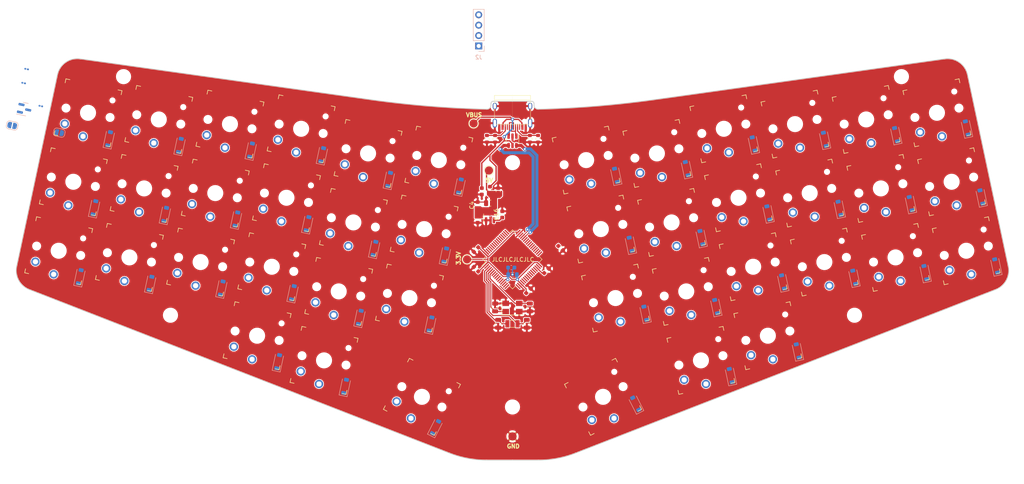
<source format=kicad_pcb>
(kicad_pcb (version 20221018) (generator pcbnew)
  (title_block (title "main") (rev "v1.0.0") (company "Unknown"))
  (layers (0 "F.Cu" signal) (31 "B.Cu" signal) (34 "B.Paste" user) (35 "F.Paste" user) (36 "B.SilkS" user "B.Silkscreen") (37 "F.SilkS" user "F.Silkscreen") (38 "B.Mask" user) (39 "F.Mask" user) (44 "Edge.Cuts" user))
  (net 0 "")
  (net 1 "VBUS")
  (net 2 "GND")
  (net 3 "+3.3V")
  (net 4 "+3V3")
  (net 5 "+5V")
  (net 6 "/stm32/HSEO_IN")
  (net 7 "/stm32/LSEO_IN")
  (net 9 "/stm32/HSEO_OUT")
  (net 10 "Net-(D2-A)")
  (net 11 "/stm32/LSEO_OUT")
  (net 12 "Net-(D3-A)")
  (net 13 "Net-(D4-A)")
  (net 14 "Net-(D5-A)")
  (net 15 "Net-(D6-A)")
  (net 16 "Net-(D7-A)")
  (net 17 "Net-(D8-A)")
  (net 18 "Net-(D9-A)")
  (net 19 "Net-(D10-A)")
  (net 20 "Net-(D11-A)")
  (net 21 "Net-(D12-A)")
  (net 22 "/inputs/row0")
  (net 23 "Net-(D13-A)")
  (net 24 "Net-(D14-A)")
  (net 25 "Net-(D15-A)")
  (net 26 "Net-(D16-A)")
  (net 27 "Net-(D17-A)")
  (net 28 "Net-(D18-A)")
  (net 29 "Net-(D19-A)")
  (net 30 "Net-(D20-A)")
  (net 31 "Net-(D21-A)")
  (net 32 "Net-(D22-A)")
  (net 33 "Net-(D23-A)")
  (net 34 "Net-(D24-A)")
  (net 35 "Net-(D25-A)")
  (net 36 "Net-(D26-A)")
  (net 37 "Net-(D27-A)")
  (net 38 "Net-(D28-A)")
  (net 39 "Net-(D29-A)")
  (net 40 "Net-(D30-A)")
  (net 41 "Net-(D31-A)")
  (net 42 "Net-(D32-A)")
  (net 43 "Net-(D33-A)")
  (net 44 "Net-(D34-A)")
  (net 45 "Net-(D35-A)")
  (net 46 "Net-(D36-A)")
  (net 47 "Net-(D37-A)")
  (net 48 "Net-(D38-A)")
  (net 49 "Net-(D39-A)")
  (net 50 "Net-(D40-A)")
  (net 51 "Net-(D41-A)")
  (net 52 "Net-(D42-A)")
  (net 53 "/connectors/CC1")
  (net 54 "Net-(J1-D+-PadA6)")
  (net 55 "Net-(J1-D--PadA7)")
  (net 57 "/connectors/CC2")
  (net 59 "/connectors/SWDIO")
  (net 60 "/connectors/SWCLK")
  (net 62 "/inputs/S1_OUT")
  (net 63 "/inputs/row1")
  (net 64 "/inputs/row2")
  (net 65 "/inputs/row3")
  (net 66 "Net-(JP1-A)")
  (net 67 "/inputs/BOOT0")
  (net 68 "Net-(JP2-B)")
  (net 69 "Net-(Q2-B)")
  (net 70 "/inputs/col0")
  (net 71 "/inputs/col1")
  (net 72 "/inputs/col2")
  (net 73 "/connectors/USB_D+")
  (net 74 "/connectors/USB_D-")
  (net 75 "Net-(U3-VCAP1)")
  (net 76 "Net-(U3-VDDA)")
  (net 78 "/inputs/col3")
  (net 79 "/inputs/col4")
  (net 80 "/inputs/col5")
  (net 81 "/inputs/col6")
  (net 83 "/inputs/col7")
  (net 84 "/inputs/col8")
  (net 85 "/inputs/col9")
  (net 86 "/inputs/col10")
  (net 88 "/inputs/col11")
  (footprint "local-library:SW_PG1350" (layer "F.Cu") (at 290.014265 82.641214 12)
    (fp_text reference "SW38" hide)
    (fp_text value "SW_Push")
  )
  (footprint "local-library:SW_PG1350" (layer "F.Cu") (at 96.283345 64.137986 -12)
    (fp_text reference "SW1" hide)
    (fp_text value "SW_Push")
  )
  (footprint "local-library:SW_PG1350" (layer "F.Cu") (at 303.716658 64.137986 12)
    (fp_text reference "SW40" hide)
    (fp_text value "SW_Push")
  )
  (footprint "Crystal:Crystal_SMD_3215-2Pin_3.2x1.5mm" (layer "F.Cu") (at 200 115.75 180)
    (fp_text reference "Y2" hide)
    (fp_text value "32.768k")
  )
  (footprint "Capacitor_SMD:C_0603_1608Metric" (layer "F.Cu") (at 191.1 97.6 -135)
    (fp_text reference "C10" hide)
    (fp_text value "10n")
  )
  (footprint "local-library:SW_PG1350" (layer "F.Cu") (at 123.792086 100.655368 -12)
    (fp_text reference "SW9" hide)
    (fp_text value "SW_Push")
  )
  (footprint "local-library:SW_PG1350" (layer "F.Cu") (at 144.771388 84.923429 -12)
    (fp_text reference "SW11" hide)
    (fp_text value "SW_Push")
  )
  (footprint "local-library:SW_PG1350" (layer "F.Cu") (at 157.538179 107.828321 -12)
    (fp_text reference "SW16" hide)
    (fp_text value "SW_Push")
  )
  (footprint "local-library:SW_PG1350" (layer "F.Cu") (at 269.034963 66.909276 12)
    (fp_text reference "SW34" hide)
    (fp_text value "SW_Push")
  )
  (footprint "TestPoint:TestPoint_Pad_D2.0mm" (layer "F.Cu") (at 200.000002 143.298867 90)
    (fp_text reference "TP3" hide)
    (fp_text value "~")
  )
  (footprint "local-library:SW_PG1350" (layer "F.Cu") (at 161.124655 90.955275 -12)
    (fp_text reference "SW15" hide)
    (fp_text value "SW_Push")
  )
  (footprint "Capacitor_SMD:C_0603_1608Metric" (layer "F.Cu") (at 203.9 107.7 45)
    (fp_text reference "C12" hide)
    (fp_text value "100nF")
  )
  (footprint "Package_TO_SOT_SMD:SOT-23-6" (layer "F.Cu") (at 200.000002 71 -90)
    (fp_text reference "U2" hide)
    (fp_text value "USBLC6-2SC6")
  )
  (footprint "Package_TO_SOT_SMD:SOT-23" (layer "F.Cu") (at 194.5 89.5 90)
    (fp_text reference "U1" hide)
    (fp_text value "LP3993-33B3F")
  )
  (footprint "Capacitor_SMD:C_0805_2012Metric" (layer "F.Cu") (at 195.75 111.75 90)
    (fp_text reference "C6" hide)
    (fp_text value "33p")
  )
  (footprint "Resistor_SMD:R_0603_1608Metric" (layer "F.Cu") (at 195.75 70.5 -90)
    (fp_text reference "R3" hide)
    (fp_text value "10.2k")
  )
  (footprint "TestPoint:TestPoint_Pad_D2.0mm" (layer "F.Cu") (at 194.25 78.25 90)
    (fp_text reference "TP2" hide)
    (fp_text value "~")
  )
  (footprint "local-library:SW_PG1350" (layer "F.Cu") (at 174.827048 109.458503 -12)
    (fp_text reference "SW20" hide)
    (fp_text value "SW_Push")
  )
  (footprint "local-library:SW_PG1350" (layer "F.Cu") (at 164.711132 74.082229 -12)
    (fp_text reference "SW14" hide)
    (fp_text value "SW_Push")
  )
  (footprint "local-library:SW_PG1350" (layer "F.Cu") (at 258.815091 101.796475 12)
    (fp_text reference "SW32" hide)
    (fp_text value "SW_Push")
  )
  (footprint "local-library:SW_PG1350" (layer "F.Cu") (at 89.110392 97.884079 -12)
    (fp_text reference "SW3" hide)
    (fp_text value "SW_Push")
  )
  (footprint "local-library:SW_PG1350" (layer "F.Cu") (at 177.87026 133.619191 -27)
    (fp_text reference "SW21" hide)
    (fp_text value "SW_Push")
  )
  (footprint "Capacitor_SMD:C_0603_1608Metric" (layer "F.Cu") (at 196.5 83.345 90)
    (fp_text reference "C2" hide)
    (fp_text value "100n")
  )
  (footprint "local-library:SW_PG1350" (layer "F.Cu") (at 109.985738 82.641214 -12)
    (fp_text reference "SW5" hide)
    (fp_text value "SW_Push")
  )
  (footprint "local-library:SW_PG1350" (layer "F.Cu") (at 276.207917 100.655368 12)
    (fp_text reference "SW36" hide)
    (fp_text value "SW_Push")
  )
  (footprint "local-library:SW_PG1350" (layer "F.Cu") (at 130.96504 66.909276 -12)
    (fp_text reference "SW7" hide)
    (fp_text value "SW_Push")
  )
  (footprint "TestPoint:TestPoint_Pad_D2.0mm" (layer "F.Cu") (at 188.9 100 90)
    (fp_text reference "TP4" hide)
    (fp_text value "~")
  )
  (footprint "local-library:SW_PG1350" (layer "F.Cu") (at 113.572214 65.768168 -12)
    (fp_text reference "SW4" hide)
    (fp_text value "SW_Push")
  )
  (footprint "Package_QFP:LQFP-64_10x10mm_P0.5mm" (layer "F.Cu") (at 200 100 45)
    (fp_text reference "U3" hide)
    (fp_text value "STM32F411RETx")
  )
  (footprint "Capacitor_SMD:C_0805_2012Metric" (layer "F.Cu") (at 204.25 111.75 -90)
    (fp_text reference "C8" hide)
    (fp_text value "33p")
  )
  (footprint "local-library:SW_PG1350" (layer "F.Cu") (at 178.413525 92.585456 -12)
    (fp_text reference "SW19" hide)
    (fp_text value "SW_Push")
  )
  (footprint "Capacitor_SMD:C_0603_1608Metric" (layer "F.Cu") (at 197.5 89 90)
    (fp_text reference "C16")
    (fp_text value "1u")
  )
  (footprint "local-library:SW_PG1350" (layer "F.Cu") (at 238.875348 90.955275 12)
    (fp_text reference "SW27" hide)
    (fp_text value "SW_Push")
  )
  (footprint "Resistor_SMD:R_0603_1608Metric" (layer "F.Cu") (at 193.75 70.5 -90)
    (fp_text reference "R4" hide)
    (fp_text value "10.2k")
  )
  (footprint "Resistor_SMD:R_0603_1608Metric" (layer "F.Cu") (at 206.25 70.5 -90)
    (fp_text reference "R2" hide)
    (fp_text value "10.2k")
  )
  (footprint "Capacitor_SMD:C_0603_1608Metric" (layer "F.Cu") (at 191.1 102.4 135)
    (fp_text reference "C11" hide)
    (fp_text value "100nF")
  )
  (footprint "local-library:SW_PG1350" (layer "F.Cu") (at 153.951702 124.701367 -12)
    (fp_text reference "SW17" hide)
    (fp_text value "SW_Push")
  )
  (footprint "Resistor_SMD:R_0603_1608Metric" (layer "F.Cu") (at 204.25 70.5 -90)
    (fp_text reference "R1" hide)
    (fp_text value "10.2k")
  )
  (footprint "TestPoint:TestPoint_Pad_D2.0mm" (layer "F.Cu") (at 190.5 66.75 90)
    (fp_text reference "TP1" hide)
    (fp_text value "~")
  )
  (footprint "local-library:SW_PG1350" (layer "F.Cu") (at 218.000001 75.71241 12)
    (fp_text reference "SW22" hide)
    (fp_text value "SW_Push")
  )
  (footprint "local-library:SW_PG1350" (layer "F.Cu") (at 221.586478 92.585456 12)
    (fp_text reference "SW23" hide)
    (fp_text value "SW_Push")
  )
  (footprint "Capacitor_SMD:C_0603_1608Metric" (layer "F.Cu") (at 192.5 83.345 -90)
    (fp_text reference "C1" hide)
    (fp_text value "10n")
  )
  (footprint "Capacitor_SMD:C_0603_1608Metric" (layer "F.Cu") (at 211.75 97.25 -45)
    (fp_text reference "C13" hide)
    (fp_text value "1u")
  )
  (footprint "local-library:SW_PG1350" (layer "F.Cu") (at 92.696868 81.011033 -12)
    (fp_text reference "SW2" hide)
    (fp_text value "SW_Push")
  )
  (footprint "MountingHole:MountingHole_3.2mm_M3" (layer "F.Cu") (at 283.572322 113.658369)
    (fp_text reference "H6" hide)
    (fp_text value "MountingHole")
  )
  (footprint "local-library:SW_PG1350" (layer "F.Cu") (at 222.129743 133.619191 27)
    (fp_text reference "SW25" hide)
    (fp_text value "SW_Push")
  )
  (footprint "Capacitor_SMD:C_0805_2012Metric" (layer "F.Cu") (at 196.5 115.75 -90)
    (fp_text reference "C7" hide)
    (fp_text value "15p")
  )
  (footprint "local-library:SW_PG1350" (layer "F.Cu") (at 262.401568 118.669522 12)
    (fp_text reference "SW33" hide)
    (fp_text value "SW_Push")
  )
  (footprint "Capacitor_SMD:C_0603_1608Metric" (layer "F.Cu") (at 191.5 90.25 -90)
    (fp_text reference "C5" hide)
    (fp_text value "100nF")
  )
  (footprint "MountingHole:MountingHole_3.2mm_M3" (layer "F.Cu") (at 104.960704 55.298957)
    (fp_text reference "H1" hide)
    (fp_text value "MountingHole")
  )
  (footprint "Capacitor_SMD:C_0805_2012Metric" (layer "F.Cu") (at 194.5 86.25 180)
    (fp_text reference "C3" hide)
    (fp_text value "10u")
  )
  (footprint "Capacitor_SMD:C_0805_2012Metric" (layer "F.Cu") (at 203.5 115.75 -90)
    (fp_text reference "C9" hide)
    (fp_text value "15p")
  )
  (footprint "local-library:SW_PG1350" (layer "F.Cu") (at 182.000001 75.71241 -12)
    (fp_text reference "SW18" hide)
    (fp_text value "SW_Push")
  )
  (footprint "local-library:SW_PG1350" (layer "F.Cu") (at 148.357865 68.050383 -12)
    (fp_text reference "SW10" hide)
    (fp_text value "SW_Push")
  )
  (footprint "MountingHole:MountingHole_3.2mm_M3" (layer "F.Cu") (at 295.039299 55.298957)
    (fp_text reference "H5" hide)
    (fp_text value "MountingHole")
  )
  (footprint "local-library:SW_PG1350" (layer "F.Cu") (at 127.378563 83.782322 -12)
    (fp_text reference "SW8" hide)
    (fp_text value "SW_Push")
  )
  (footprint "local-library:SW_PG1350" (layer "F.Cu") (at 310.889611 97.884079 12)
    (fp_text reference "SW42" hide)
    (fp_text value "SW_Push")
  )
  (footprint "local-library:TYPE-C-31-M-12" (layer "F.Cu") (at 200 62.5 180)
    (fp_text reference "J1" hide)
    (fp_text value "USB_C_Receptacle_USB2.0")
  )
  (footprint "local-library:SW_PG1350" (layer "F.Cu") (at 141.184912 101.796475 -12)
    (fp_text reference "SW12" hide)
    (fp_text value "SW_Push")
  )
  (footprint "local-library:SW_PG1350" (layer "F.Cu") (at 293.600742 99.51426 12)
    (fp_text reference "SW39" hide)
    (fp_text value "SW_Push")
  )
  (footprint "Inductor_SMD:L_0603_1608Metric" (layer "F.Cu") (at 194.5 83 -90)
    (fp_text reference "FB1" hide)
    (fp_text value "FerriteBead_Small")
  )
  (footprint "Crystal:Crystal_SMD_5032-4Pin_5.0x3.2mm" (layer "F.Cu") (at 200 111.75)
    (fp_text reference "Y1" hide)
    (fp_text value "12MHz")
  )
  (footprint "local-library:SW_PG1350" (layer "F.Cu") (at 225.172955 109.458503 12)
    (fp_text reference "SW24" hide)
    (fp_text value "SW_Push")
  )
  (footprint "local-library:SW_PG1350" (layer "F.Cu") (at 272.62144 83.782322 12)
    (fp_text reference "SW35" hide)
    (fp_text value "SW_Push")
  )
  (footprint "local-library:SW_PG1350" (layer "F.Cu") (at 242.461824 107.828321 12)
    (fp_text reference "SW28" hide)
    (fp_text value "SW_Push")
  )
  (footprint "Capacitor_SMD:C_0603_1608Metric" (layer "F.Cu") (at 191.5 86.75 90)
    (fp_text reference "C4")
    (fp_text value "1u")
  )
  (footprint "local-library:SW_PG1350" (layer "F.Cu") (at 286.427789 65.768168 12)
    (fp_text reference "SW37" hide)
    (fp_text value "SW_Push")
  )
  (footprint "MountingHole:MountingHole_3.2mm_M3" (layer "F.Cu") (at 200.000002 76.336118)
    (fp_text reference "H3" hide)
    (fp_text value "MountingHole")
  )
  (footprint "local-library:SW_PG1350" (layer "F.Cu") (at 137.598435 118.669522 -12)
    (fp_text reference "SW13" hide)
    (fp_text value "SW_Push")
  )
  (footprint "local-library:SW_PG1350" (layer "F.Cu") (at 235.288871 74.082229 12)
    (fp_text reference "SW26" hide)
    (fp_text value "SW_Push")
  )
  (footprint "Capacitor_SMD:C_0603_1608Metric" (layer "F.Cu") (at 208.3 102.8 45)
    (fp_text reference "C14" hide)
    (fp_text value "4.7u")
  )
  (footprint "local-library:SW_PG1350" (layer "F.Cu") (at 106.399261 99.51426 -12)
    (fp_text reference "SW6" hide)
    (fp_text value "SW_Push")
  )
  (footprint "MountingHole:MountingHole_3.2mm_M3" (layer "F.Cu") (at 116.427681 113.658369)
    (fp_text reference "H2" hide)
    (fp_text value "MountingHole")
  )
  (footprint "local-library:SW_PG1350" (layer "F.Cu") (at 251.642138 68.050383 12)
    (fp_text reference "SW30" hide)
    (fp_text value "SW_Push")
  )
  (footprint "local-library:SW_PG1350" (layer "F.Cu") (at 255.228615 84.923429 12)
    (fp_text reference "SW31" hide)
    (fp_text value "SW_Push")
  )
  (footprint "MountingHole:MountingHole_3.2mm_M3" (layer "F.Cu") (at 200.000002 136.098867)
    (fp_text reference "H4" hide)
    (fp_text value "MountingHole")
  )
  (footprint "local-library:SW_PG1350" (layer "F.Cu") (at 307.303135 81.011033 12)
    (fp_text reference "SW41" hide)
    (fp_text value "SW_Push")
  )
  (footprint "local-library:SW_PG1350" (layer "F.Cu") (at 246.048301 124.701367 12)
    (fp_text reference "SW29" hide)
    (fp_text value "SW_Push")
  )
  (footprint "Diode_SMD:D_SOD-123" (layer "B.Cu") (at 128.933086 107.012368 78)
    (fp_text reference "D9" hide)
    (fp_text value "D_Small")
  )
  (footprint "Diode_SMD:D_SOD-123" (layer "B.Cu") (at 318.171611 101.601079 102)
    (fp_text reference "D42" hide)
    (fp_text value "D_Small")
  )
  (footprint "Diode_SMD:D_SOD-123" (layer "B.Cu") (at 310.998658 67.854986 102)
    (fp_text reference "D40" hide)
    (fp_text value "D_Small")
  )
  (footprint "Diode_SMD:D_SOD-123" (layer "B.Cu") (at 153.498865 74.407383 78)
    (fp_text reference "D10" hide)
    (fp_text value "D_Small")
  )
  (footprint "Jumper:SolderJumper-2_P1.3mm_Open_RoundedPad1.0x1.5mm" (layer "B.Cu") (at 77.75 67.25 168)
    (fp_text reference "JP2" hide)
    (fp_text value "bridge")
  )
  (footprint "Connector_PinSocket_2.54mm:PinSocket_1x04_P2.54mm_Vertical" (layer "B.Cu") (at 191.75 47.79)
    (fp_text reference "J2")
    (fp_text value "Conn_01x04")
  )
  (footprint "Diode_SMD:D_SOD-123" (layer "B.Cu") (at 253.330301 128.418367 102)
    (fp_text reference "D29" hide)
    (fp_text value "D_Small")
  )
  (footprint "Diode_SMD:D_SOD-123" (layer "B.Cu") (at 276.316963 70.626276 102)
    (fp_text reference "D34" hide)
    (fp_text value "D_Small")
  )
  (footprint "Diode_SMD:D_SOD-123" (layer "B.Cu") (at 230.124743 135.325191 117)
    (fp_text reference "D25" hide)
    (fp_text value "D_Small")
  )
  (footprint "Diode_SMD:D_SOD-123" (layer "B.Cu") (at 293.709789 69.485168 102)
    (fp_text reference "D37" hide)
    (fp_text value "D_Small")
  )
  (footprint "Diode_SMD:D_SOD-123" (layer "B.Cu") (at 228.868478 96.302456 102)
    (fp_text reference "D23" hide)
    (fp_text value "D_Small")
  )
  (footprint "Diode_SMD:D_SOD-123" (layer "B.Cu") (at 118.713214 72.125168 78)
    (fp_text reference "D4" hide)
    (fp_text value "D_Small")
  )
  (footprint "Resistor_SMD:R_0201_0603Metric" (layer "B.Cu") (at 81.28434 53.448035 168)
    (fp_text reference "R5" hide)
    (fp_text value "10.2k")
  )
  (footprint "Diode_SMD:D_SOD-123" (layer "B.Cu") (at 94.251392 104.241079 78)
    (fp_text reference "D3" hide)
    (fp_text value "D_Small")
  )
  (footprint "Diode_SMD:D_SOD-123" (layer "B.Cu") (at 266.097091 105.513475 102)
    (fp_text reference "D32" hide)
    (fp_text value "D_Small")
  )
  (footprint "Diode_SMD:D_SOD-123" (layer "B.Cu") (at 142.739435 125.026522 78)
    (fp_text reference "D13" hide)
    (fp_text value "D_Small")
  )
  (footprint "Diode_SMD:D_SOD-123" (layer "B.Cu") (at 300.882742 103.23126 102)
    (fp_text reference "D39" hide)
    (fp_text value "D_Small")
  )
  (footprint "Diode_SMD:D_SOD-123" (layer "B.Cu") (at 297.296265 86.358214 102)
    (fp_text reference "D38" hide)
    (fp_text value "D_Small")
  )
  (footprint "Diode_SMD:D_SOD-123" (layer "B.Cu") (at 136.10604 73.266276 78)
    (fp_text reference "D7" hide)
    (fp_text value "D_Small")
  )
  (footprint "Diode_SMD:D_SOD-123" (layer "B.Cu") (at 97.837868 87.368033 78)
    (fp_text reference "D2" hide)
    (fp_text value "D_Small")
  )
  (footprint "Diode_SMD:D_SOD-123" (layer "B.Cu") (at 183.554525 98.942456 78)
    (fp_text reference "D19" hide)
    (fp_text value "D_Small")
  )
  (footprint "Diode_SMD:D_SOD-123" (layer "B.Cu") (at 249.743824 111.545321 102)
    (fp_text reference "D28" hide)
    (fp_text value "D_Small")
  )
  (footprint "Diode_SMD:D_SOD-123" (layer "B.Cu") (at 101.424345 70.494986 78)
    (fp_text reference "D1" hide)
    (fp_text value "D_Small")
  )
  (footprint "Jumper:SolderJumper-2_P1.3mm_Open_RoundedPad1.0x1.5mm" (layer "B.Cu") (at 89.25 69 168)
    (fp_text reference "JP1" hide)
    (fp_text value "bridge")
  )
  (footprint "Diode_SMD:D_SOD-123" (layer "B.Cu") (at 132.519563 90.139322 78)
    (fp_text reference "D8" hide)
    (fp_text value "D_Small")
  )
  (footprint "Diode_SMD:D_SOD-123" (layer "B.Cu") (at 232.454955 113.175503 102)
    (fp_text reference "D24" hide)
    (fp_text value "D_Small")
  )
  (footprint "Diode_SMD:D_SOD-123" (layer "B.Cu") (at 246.157348 94.672275 102)
    (fp_text reference "D27" hide)
    (fp_text value "D_Small")
  )
  (footprint "Diode_SMD:D_SOD-123" (layer "B.Cu") (at 115.126738 88.998214 78)
    (fp_text reference "D5" hide)
    (fp_text value "D_Small")
  )
  (footprint "Diode_SMD:D_SOD-123" (layer "B.Cu") (at 166.265655 97.312275 78)
    (fp_text reference "D15" hide)
    (fp_text value "D_Small")
  )
  (footprint "Capacitor_SMD:C_0603_1608Metric" (layer "B.Cu") (at 199.7 102)
    (fp_text reference "C15" hide)
    (fp_text value "100nF")
  )
  (footprint "Diode_SMD:D_SOD-123" (layer "B.Cu") (at 262.510615 88.640429 102)
    (fp_text reference "D31" hide)
    (fp_text value "D_Small")
  )
  (footprint "Package_TO_SOT_SMD:SOT-23" (layer "B.Cu") (at 80.75 63.25 -12)
    (fp_text reference "Q2" hide)
    (fp_text value "BC858")
  )
  (footprint "Inductor_SMD:L_0805_2012Metric" (layer "B.Cu") (at 200 103.75 180)
    (fp_text reference "L1" hide)
    (fp_text value "10u")
  )
  (footprint "Diode_SMD:D_SOD-123" (layer "B.Cu") (at 242.570871 77.799229 102)
    (fp_text reference "D26" hide)
    (fp_text value "D_Small")
  )
  (footprint "Diode_SMD:D_SOD-123" (layer "B.Cu") (at 258.924138 71.767383 102)
    (fp_text reference "D30" hide)
    (fp_text value "D_Small")
  )
  (footprint "Diode_SMD:D_SOD-123" (layer "B.Cu") (at 187.141001 82.06941 78)
    (fp_text reference "D18" hide)
    (fp_text value "D_Small")
  )
  (footprint "Diode_SMD:D_SOD-123" (layer "B.Cu") (at 269.683568 122.386522 102)
    (fp_text reference "D33" hide)
    (fp_text value "D_Small")
  )
  (footprint "Diode_SMD:D_SOD-123" (layer "B.Cu") (at 169.852132 80.439229 78)
    (fp_text reference "D14" hide)
    (fp_text value "D_Small")
  )
  (footprint "Diode_SMD:D_SOD-123" (layer "B.Cu") (at 149.912388 91.280429 78)
    (fp_text reference "D11" hide)
    (fp_text value "D_Small")
  )
  (footprint "Diode_SMD:D_SOD-123" (layer "B.Cu") (at 225.282001 79.42941 102)
    (fp_text reference "D22" hide)
    (fp_text value "D_Small")
  )
  (footprint "Diode_SMD:D_SOD-123" (layer "B.Cu") (at 181.19026 141.090191 63)
    (fp_text reference "D21" hide)
    (fp_text value "D_Small")
  )
  (footprint "Diode_SMD:D_SOD-123" (layer "B.Cu") (at 283.489917 104.372368 102)
    (fp_text reference "D36" hide)
    (fp_text value "D_Small")
  )
  (footprint "Diode_SMD:D_SOD-123" (layer "B.Cu") (at 279.90344 87.499322 102)
    (fp_text reference "D35" hide)
    (fp_text value "D_Small")
  )
  (footprint "Diode_SMD:D_SOD-123" (layer "B.Cu") (at 159.092702 131.058367 78)
    (fp_text reference "D17" hide)
    (fp_text value "D_Small")
  )
  (footprint "Resistor_SMD:R_0201_0603Metric" (layer "B.Cu") (at 80.556649 56.871552 168)
    (fp_text reference "R8" hide)
    (fp_text value "10.2k")
  )
  (footprint "Diode_SMD:D_SOD-123" (layer "B.Cu") (at 162.679179 114.185321 78)
    (fp_text reference "D16" hide)
    (fp_text value "D_Small")
  )
  (footprint "Diode_SMD:D_SOD-123" (layer "B.Cu") (at 179.968048 115.815503 78)
    (fp_text reference "D20" hide)
    (fp_text value "D_Small")
  )
  (footprint "Diode_SMD:D_SOD-123" (layer "B.Cu") (at 146.325912 108.153475 78)
    (fp_text reference "D12" hide)
    (fp_text value "D_Small")
  )
  (footprint "Diode_SMD:D_SOD-123" (layer "B.Cu") (at 111.540261 105.87126 78)
    (fp_text reference "D6" hide)
    (fp_text value "D_Small")
  )
  (footprint "Resistor_SMD:R_0201_0603Metric" (layer "B.Cu") (at 84.75 62.5 168)
    (fp_text reference "R7" hide)
    (fp_text value "1.91k")
  )
  (footprint "Diode_SMD:D_SOD-123" (layer "B.Cu") (at 314.585135 84.728033 102)
    (fp_text reference "D41" hide)
    (fp_text value "D_Small")
  )
  (gr_arc locked (start 194.750002 61.836118) (mid 194.89645 61.482565) (end 195.250002 61.336118) (stroke (width 0.2)) (layer "Edge.Cuts"))
  (gr_arc locked (start 206.275102 63.257352) (mid 205.55182 62.973591) (end 205.250002 62.257667) (stroke (width 0.2)) (layer "Edge.Cuts"))
  (gr_line locked (start 78.848748 101.671275) (end 88.798455 54.861581) (stroke (width 0.2)) (layer "Edge.Cuts"))
  (gr_arc locked (start 81.923906 107.369553) (mid 79.339342 105.085435) (end 78.848748 101.671275) (stroke (width 0.2)) (layer "Edge.Cuts"))
  (gr_line locked (start 318.076097 107.369553) (end 215.378572 147.392466) (stroke (width 0.2)) (layer "Edge.Cuts"))
  (gr_line locked (start 200.000002 149.098867) (end 193.699329 149.098867) (stroke (width 0.2)) (layer "Edge.Cuts"))
  (gr_arc locked (start 321.151255 101.671275) (mid 320.660657 105.085431) (end 318.076097 107.369553) (stroke (width 0.2)) (layer "Edge.Cuts"))
  (gr_line locked (start 94.385059 50.949799) (end 165.206726 60.903136) (stroke (width 0.2)) (layer "Edge.Cuts"))
  (gr_arc locked (start 305.614944 50.949799) (mid 309.178692 51.805377) (end 311.201548 54.861581) (stroke (width 0.2)) (layer "Edge.Cuts"))
  (gr_line locked (start 194.750002 61.836118) (end 194.750002 62.257667) (stroke (width 0.2)) (layer "Edge.Cuts"))
  (gr_arc locked (start 88.798455 54.861581) (mid 90.82131 51.805376) (end 94.385059 50.949799) (stroke (width 0.2)) (layer "Edge.Cuts"))
  (gr_line locked (start 200.000002 61.336118) (end 204.750002 61.336118) (stroke (width 0.2)) (layer "Edge.Cuts"))
  (gr_line locked (start 321.151255 101.671275) (end 311.201548 54.861581) (stroke (width 0.2)) (layer "Edge.Cuts"))
  (gr_line locked (start 81.923906 107.369553) (end 184.621431 147.392466) (stroke (width 0.2)) (layer "Edge.Cuts"))
  (gr_line locked (start 305.614944 50.949799) (end 234.793277 60.903136) (stroke (width 0.2)) (layer "Edge.Cuts"))
  (gr_arc locked (start 194.750002 62.257667) (mid 194.448162 62.973561) (end 193.724901 63.257352) (stroke (width 0.2)) (layer "Edge.Cuts"))
  (gr_arc locked (start 193.699329 149.098867) (mid 189.080886 148.668567) (end 184.621431 147.392466) (stroke (width 0.2)) (layer "Edge.Cuts"))
  (gr_line locked (start 200.000002 61.336118) (end 195.250002 61.336118) (stroke (width 0.2)) (layer "Edge.Cuts"))
  (gr_line locked (start 200.000002 149.098867) (end 206.300674 149.098867) (stroke (width 0.2)) (layer "Edge.Cuts"))
  (gr_arc locked (start 193.724901 63.257352) (mid 179.432103 62.488604) (end 165.206726 60.903136) (stroke (width 0.2)) (layer "Edge.Cuts"))
  (gr_arc locked (start 215.378572 147.392466) (mid 210.919115 148.668554) (end 206.300674 149.098867) (stroke (width 0.2)) (layer "Edge.Cuts"))
  (gr_line locked (start 205.250002 61.836118) (end 205.250002 62.257667) (stroke (width 0.2)) (layer "Edge.Cuts"))
  (gr_arc locked (start 234.793277 60.903136) (mid 220.5679 62.488605) (end 206.275102 63.257352) (stroke (width 0.2)) (layer "Edge.Cuts"))
  (gr_arc locked (start 204.750002 61.336118) (mid 205.103566 61.48256) (end 205.250002 61.836118) (stroke (width 0.2)) (layer "Edge.Cuts"))
  (gr_text "JLCJLCJLCJLC" (at 194.875 100.625) (layer "F.SilkS") (effects (font (size 1 1)) (justify left bottom)))
  (gr_text "GND" (at 198.500002 146.298867) (layer "F.SilkS") (effects (font (size 1 1) (thickness 0.25) bold) (justify left bottom)))
  (gr_text "5V" (at 193.25 81.25) (layer "F.SilkS") (effects (font (size 1 1) (thickness 0.25) bold) (justify left bottom)))
  (gr_text "3.3V" (at 187.4 101.5 90) (layer "F.SilkS") (effects (font (size 1 1) (thickness 0.25) bold) (justify left bottom)))
  (gr_text "VBUS" (at 188.5 65.25) (layer "F.SilkS") (effects (font (size 1 1) (thickness 0.25) bold) (justify left bottom)))
  (segment (start 202.3 67.6) (end 202.3 66.589447) (width 0.32) (layer "F.Cu") (net 1))
  (segment (start 194.5 74.425197) (end 194.5 75.75) (width 0.32) (layer "F.Cu") (net 1))
  (segment (start 198 70.925197) (end 197.925197 71) (width 0.32) (layer "F.Cu") (net 1))
  (segment (start 197.7 66.58) (end 197.7 67.6) (width 0.32) (layer "F.Cu") (net 1))
  (segment (start 199.47 65.22) (end 192.03 65.22) (width 0.32) (layer "F.Cu") (net 1))
  (segment (start 196 77.25) (end 196 80.7125) (width 0.32) (layer "F.Cu") (net 1))
  (segment (start 194.5 75.75) (end 196 77.25) (width 0.32) (layer "F.Cu") (net 1))
  (segment (start 198.215 66.065) (end 197.7 66.58) (width 0.32) (layer "F.Cu") (net 1))
  (segment (start 202.3 66.589447) (end 201.460553 65.75) (width 0.32) (layer "F.Cu") (net 1))
  (segment (start 200.000002 72.1375) (end 200.000002 71.703751) (width 0.32) (layer "F.Cu") (net 1))
  (segment (start 198 70) (end 198 70.925197) (width 0.32) (layer "F.Cu") (net 1))
  (segment (start 199.296251 71) (end 197.925197 71) (width 0.32) (layer "F.Cu") (net 1))
  (segment (start 200.000002 72.1375) (end 200.000002 72.571249) (width 0.32) (layer "F.Cu") (net 1))
  (segment (start 200.000002 71.703751) (end 199.296251 71) (width 0.32) (layer "F.Cu") (net 1))
  (segment (start 198.215 66.065) (end 198.53 65.75) (width 0.32) (layer "F.Cu") (net 1))
  (segment (start 200 65.75) (end 199.47 65.22) (width 0.32) (layer "F.Cu") (net 1))
  (segment (start 197.925197 71) (end 194.5 74.425197) (width 0.32) (layer "F.Cu") (net 1))
  (segment (start 201.460553 65.75) (end 200 65.75) (width 0.32) (layer "F.Cu") (net 1))
  (segment (start 192.5 82.57) (end 192.5 76.425197) (width 0.32) (layer "F.Cu") (net 1))
  (segment (start 198.53 65.75) (end 200 65.75) (width 0.32) (layer "F.Cu") (net 1))
  (segment (start 192.03 65.22) (end 190.5 66.75) (width 0.32) (layer "F.Cu") (net 1))
  (segment (start 196 80.7125) (end 194.5 82.2125) (width 0.32) (layer "F.Cu") (net 1))
  (segment (start 192.5 76.425197) (end 194.5 74.425197) (width 0.32) (layer "F.Cu") (net 1))
  (via (at 200 65.75) (size 0.8) (drill 0.4) (layers "F.Cu" "B.Cu") (net 1))
  (via (at 198 70) (size 0.8) (drill 0.4) (layers "F.Cu" "B.Cu") (net 1))
  (segment (start 200 68) (end 198 70) (width 0.32) (layer "B.Cu") (net 1))
  (segment (start 200 65.75) (end 200 68) (width 0.32) (layer "B.Cu") (net 1))
  (segment (start 193.275 85.975) (end 193.55 86.25) (width 0.25) (layer "F.Cu") (net 2))
  (segment (start 191.5 85.975) (end 193.275 85.975) (width 0.25) (layer "F.Cu") (net 2))
  (via (at 200 103.7) (size 0.8) (drill 0.4) (layers "F.Cu" "B.Cu") (net 2))
  (segment (start 200 102.475) (end 200 103.7) (width 0.25) (layer "B.Cu") (net 2))
  (segment (start 200.475 102) (end 200 102.475) (width 0.25) (layer "B.Cu") (net 2))
  (segment (start 196.8375 90.4375) (end 197.5 89.775) (width 0.32) (layer "F.Cu") (net 3))
  (segment (start 195.45 90.4375) (end 196.8375 90.4375) (width 0.32) (layer "F.Cu") (net 3))
  (segment (start 191.648008 97.051992) (end 191.748692 97.051992) (width 0.25) (layer "F.Cu") (net 4))
  (segment (start 194 100) (end 194 99.3033) (width 0.25) (layer "F.Cu") (net 4))
  (segment (start 201.2 105.089088) (end 202.068287 105.957375) (width 0.25) (layer "F.Cu") (net 4))
  (segment (start 199.84264 104.9) (end 201.2 104.9) (width 0.25) (layer "F.Cu") (net 4))
  (segment (start 194.2967 99.233274) (end 200.194455 93.335519) (width 0.25) (layer "F.Cu") (net 4))
  (segment (start 203.351992 108.248008) (end 203.351992 107.24108) (width 0.25) (layer "F.Cu") (net 4))
  (segment (start 194.2967 100.766726) (end 197.71779 104.187816) (width 0.25) (layer "F.Cu") (net 4))
  (segment (start 205.333274 100.766726) (end 206.070026 100.766726) (width 0.25) (layer "F.Cu") (net 4))
  (segment (start 194 100.6967) (end 194 100) (width 0.25) (layer "F.Cu") (net 4))
  (segment (start 199.130456 104.187816) (end 199.84264 104.9) (width 0.25) (layer "F.Cu") (net 4))
  (segment (start 191.648008 102.948008) (end 191.748692 102.948008) (width 0.25) (layer "F.Cu") (net 4))
  (segment (start 193.335519 101.361181) (end 193.929974 100.766726) (width 0.25) (layer "F.Cu") (net 4))
  (segment (start 200.194455 93.335519) (end 201.361181 93.335519) (width 0.25) (layer "F.Cu") (net 4))
  (segment (start 193.929974 100.766726) (end 194.2967 100.766726) (width 0.25) (layer "F.Cu") (net 4))
  (segment (start 194 99.3033) (end 193.335519 98.638819) (width 0.25) (layer "F.Cu") (net 4))
  (segment (start 193.929974 99.233274) (end 194.2967 99.233274) (width 0.25) (layer "F.Cu") (net 4))
  (segment (start 201.2 104.9) (end 205.333274 100.766726) (width 0.25) (layer "F.Cu") (net 4))
  (segment (start 206.070026 100.766726) (end 206.664481 101.361181) (width 0.25) (layer "F.Cu") (net 4))
  (segment (start 191.748692 97.051992) (end 193.335519 98.638819) (width 0.25) (layer "F.Cu") (net 4))
  (segment (start 201.2 104.9) (end 201.2 105.089088) (width 0.25) (layer "F.Cu") (net 4))
  (segment (start 203.351992 107.24108) (end 202.068287 105.957375) (width 0.25) (layer "F.Cu") (net 4))
  (segment (start 188.9 100) (end 194 100) (width 0.25) (layer "F.Cu") (net 4))
  (segment (start 193.335519 101.361181) (end 194 100.6967) (width 0.25) (layer "F.Cu") (net 4))
  (segment (start 197.71779 104.187816) (end 199.130456 104.187816) (width 0.25) (layer "F.Cu") (net 4))
  (segment (start 193.335519 98.638819) (end 193.929974 99.233274) (width 0.25) (layer "F.Cu") (net 4))
  (segment (start 191.748692 102.948008) (end 193.335519 101.361181) (width 0.25) (layer "F.Cu") (net 4))
  (via (at 201.2 104.9) (size 0.8) (drill 0.4) (layers "F.Cu" "B.Cu") (net 4))
  (segment (start 201.0625 104.7625) (end 201.2 104.9) (width 0.25) (layer "B.Cu") (net 4))
  (segment (start 201.0625 103.75) (end 201.0625 104.7625) (width 0.25) (layer "B.Cu") (net 4))
  (segment (start 193.665 78.835) (end 194.25 78.25) (width 0.32) (layer "F.Cu") (net 5))
  (segment (start 194.5 83.7875) (end 193.665 82.9525) (width 0.32) (layer "F.Cu") (net 5))
  (segment (start 193.665 82.9525) (end 193.665 78.835) (width 0.32) (layer "F.Cu") (net 5))
  (segment (start 194.7 111.65) (end 194.7 105.486396) (width 0.25) (layer "F.Cu") (net 6))
  (segment (start 194.7 105.486396) (end 194.058831 104.845227) (width 0.25) (layer "F.Cu") (net 6))
  (segment (start 194.058831 104.845227) (end 194.058831 103.466295) (width 0.25) (layer "F.Cu") (net 6))
  (segment (start 194.058831 103.466295) (end 194.749732 102.775394) (width 0.25) (layer "F.Cu") (net 6))
  (segment (start 195.75 112.7) (end 194.7 111.65) (width 0.25) (layer "F.Cu") (net 6))
  (segment (start 195.8 112.75) (end 195.75 112.7) (width 0.25) (layer "F.Cu") (net 6))
  (segment (start 198.35 112.75) (end 195.8 112.75) (width 0.25) (layer "F.Cu") (net 6))
  (segment (start 196.5 114.8) (end 195.663604 114.8) (width 0.25) (layer "F.Cu") (net 7))
  (segment (start 193.158831 105.218019) (end 193.158831 102.952081) (width 0.25) (layer "F.Cu") (net 7))
  (segment (start 195.663604 114.8) (end 193.8 112.936396) (width 0.25) (layer "F.Cu") (net 7))
  (segment (start 193.8 105.859188) (end 193.158831 105.218019) (width 0.25) (layer "F.Cu") (net 7))
  (segment (start 193.8 112.936396) (end 193.8 105.859188) (width 0.25) (layer "F.Cu") (net 7))
  (segment (start 193.158831 102.952081) (end 194.042625 102.068287) (width 0.25) (layer "F.Cu") (net 7))
  (segment (start 197.45 115.75) (end 196.5 114.8) (width 0.25) (layer "F.Cu") (net 7))
  (segment (start 198.75 115.75) (end 197.45 115.75) (width 0.25) (layer "F.Cu") (net 7))
  (segment (start 194.508831 104.658831) (end 194.508831 103.723403) (width 0.25) (layer "F.Cu") (net 9))
  (segment (start 194.508831 103.723403) (end 195.103286 103.128948) (width 0.25) (layer "F.Cu") (net 9))
  (segment (start 204.2 110.75) (end 204.25 110.8) (width 0.25) (layer "F.Cu") (net 9))
  (segment (start 201.65 110.75) (end 204.2 110.75) (width 0.25) (layer "F.Cu") (net 9))
  (segment (start 201.65 110.75) (end 200.6 110.75) (width 0.25) (layer "F.Cu") (net 9))
  (segment (start 200.6 110.75) (end 194.508831 104.658831) (width 0.25) (layer "F.Cu") (net 9))
  (segment (start 193.608831 105.031623) (end 193.608831 103.209189) (width 0.25) (layer "F.Cu") (net 11))
  (segment (start 202.55 115.75) (end 203.5 114.8) (width 0.25) (layer "F.Cu") (net 11))
  (segment (start 193.608831 103.209189) (end 194.396179 102.421841) (width 0.25) (layer "F.Cu") (net 11))
  (segment (start 194.25 105.672792) (end 193.608831 105.031623) (width 0.25) (layer "F.Cu") (net 11))
  (segment (start 201.25 115.75) (end 202.55 115.75) (width 0.25) (layer "F.Cu") (net 11))
  (segment (start 194.25 112.75) (end 194.25 105.672792) (width 0.25) (layer "F.Cu") (net 11))
  (segment (start 195.225 113.725) (end 194.25 112.75) (width 0.25) (layer "F.Cu") (net 11))
  (segment (start 201.25 115.75) (end 199.225 113.725) (width 0.25) (layer "F.Cu") (net 11))
  (segment (start 199.225 113.725) (end 195.225 113.725) (width 0.25) (layer "F.Cu") (net 11))
  (segment (start 206.25 69.675) (end 204.25 69.675) (width 0.25) (layer "F.Cu") (net 53))
  (segment (start 202.325 69.675) (end 201.25 68.6) (width 0.25) (layer "F.Cu") (net 53))
  (segment (start 204.25 69.675) (end 202.325 69.675) (width 0.25) (layer "F.Cu") (net 53))
  (segment (start 201.25 68.6) (end 201.25 67.6) (width 0.25) (layer "F.Cu") (net 53))
  (segment (start 199.25 69.662502) (end 199.25 67.6) (width 0.25) (layer "F.Cu") (net 54))
  (segment (start 199.25 67.6) (end 199.25 66.6) (width 0.25) (layer "F.Cu") (net 54))
  (segment (start 200.25 66.6) (end 200.25 67.6) (width 0.25) (layer "F.Cu") (net 54))
  (segment (start 199.3 66.55) (end 200.2 66.55) (width 0.25) (layer "F.Cu") (net 54))
  (segment (start 199.050002 69.8625) (end 199.25 69.662502) (width 0.25) (layer "F.Cu") (net 54))
  (segment (start 199.25 66.6) (end 199.3 66.55) (width 0.25) (layer "F.Cu") (net 54))
  (segment (start 200.2 66.55) (end 200.25 66.6) (width 0.25) (layer "F.Cu") (net 54))
  (segment (start 200.75 67.6) (end 200.75 69.662498) (width 0.25) (layer "F.Cu") (net 55))
  (segment (start 200.75 69.662498) (end 200.950002 69.8625) (width 0.25) (layer "F.Cu") (net 55))
  (segment (start 199.8 68.65) (end 200.7 68.65) (width 0.25) (layer "F.Cu") (net 55))
  (segment (start 199.75 68.6) (end 199.8 68.65) (width 0.25) (layer "F.Cu") (net 55))
  (segment (start 200.7 68.65) (end 200.75 68.6) (width 0.25) (layer "F.Cu") (net 55))
  (segment (start 199.75 67.6) (end 199.75 68.6) (width 0.25) (layer "F.Cu") (net 55))
  (segment (start 200.75 68.6) (end 200.75 67.6) (width 0.25) (layer "F.Cu") (net 55))
  (segment (start 197.15 69.675) (end 198.25 68.575) (width 0.25) (layer "F.Cu") (net 57))
  (segment (start 195.75 69.675) (end 197.15 69.675) (width 0.25) (layer "F.Cu") (net 57))
  (segment (start 198.25 68.575) (end 198.25 67.6) (width 0.25) (layer "F.Cu") (net 57))
  (segment (start 193.75 69.675) (end 195.75 69.675) (width 0.25) (layer "F.Cu") (net 57))
  (segment (start 199.050002 72.1375) (end 197.8625 72.1375) (width 0.76) (layer "F.Cu") (net 73))
  (segment (start 197.8625 72.1375) (end 197 73) (width 0.76) (layer "F.Cu") (net 73))
  (segment (start 203.664124 92.664124) (end 203.664124 93.153896) (width 0.2) (layer "F.Cu") (net 73))
  (segment (start 203.664124 93.153896) (end 202.421841 94.396179) (width 0.2) (layer "F.Cu") (net 73))
  (via (at 203.664124 92.664124) (size 0.8) (drill 0.4) (layers "F.Cu" "B.Cu") (net 73))
  (via (at 197 73) (size 0.8) (drill 0.4) (layers "F.Cu" "B.Cu") (net 73))
  (segment (start 205.045 74.938468) (end 205.045 91.311532) (width 0.76) (layer "B.Cu") (net 73))
  (segment (start 204.016532 73.91) (end 205.045 74.938468) (width 0.76) (layer "B.Cu") (net 73))
  (segment (start 202.614781 73.93) (end 203.385219 73.93) (width 0.76) (layer "B.Cu") (net 73))
  (segment (start 203.692408 92.664124) (end 203.664124 92.664124) (width 0.76) (layer "B.Cu") (net 73))
  (segment (start 205.045 91.311532) (end 203.692408 92.664124) (width 0.76) (layer "B.Cu") (net 73))
  (segment (start 197 73) (end 197.91 73.91) (width 0.76) (layer "B.Cu") (net 73))
  (segment (start 203.385219 73.93) (end 203.405219 73.91) (width 0.76) (layer "B.Cu") (net 73))
  (segment (start 197.91 73.91) (end 202.594781 73.91) (width 0.76) (layer "B.Cu") (net 73))
  (segment (start 202.594781 73.91) (end 202.614781 73.93) (width 0.76) (layer "B.Cu") (net 73))
  (segment (start 203.405219 73.91) (end 204.016532 73.91) (width 0.76) (layer "B.Cu") (net 73))
  (segment (start 200.950002 72.1375) (end 202.1375 72.1375) (width 0.76) (layer "F.Cu") (net 74))
  (segment (start 204.18925 93.335876) (end 202.775394 94.749732) (width 0.2) (layer "F.Cu") (net 74))
  (segment (start 202.1375 72.1375) (end 203 73) (width 0.76) (layer "F.Cu") (net 74))
  (segment (start 204.335876 93.335876) (end 204.18925 93.335876) (width 0.2) (layer "F.Cu") (net 74))
  (via (at 203 73) (size 0.8) (drill 0.4) (layers "F.Cu" "B.Cu") (net 74))
  (via (at 204.335876 93.335876) (size 0.8) (drill 0.4) (layers "F.Cu" "B.Cu") (net 74))
  (segment (start 204.335876 93.307592) (end 204.335876 93.335876) (width 0.76) (layer "B.Cu") (net 74))
  (segment (start 204.393468 73) (end 205.955 74.561532) (width 0.76) (layer "B.Cu") (net 74))
  (segment (start 203 73) (end 204.393468 73) (width 0.76) (layer "B.Cu") (net 74))
  (segment (start 205.955 91.688468) (end 204.335876 93.307592) (width 0.76) (layer "B.Cu") (net 74))
  (segment (start 205.955 74.561532) (end 205.955 91.688468) (width 0.76) (layer "B.Cu") (net 74))
  (segment (start 207.237096 103.348008) (end 205.957375 102.068287) (width 0.25) (layer "F.Cu") (net 75))
  (segment (start 207.751992 103.348008) (end 207.237096 103.348008) (width 0.25) (layer "F.Cu") (net 75))
  (segment (start 198.830151 104.912816) (end 198.269164 104.912816) (width 0.25) (layer "F.Cu") (net 76))
  (segment (start 198.269164 104.912816) (end 197.578159 105.603821) (width 0.25) (layer "F.Cu") (net 76))
  (via (at 198.830151 104.912816) (size 0.8) (drill 0.4) (layers "F.Cu" "B.Cu") (net 76))
  (segment (start 198.9375 104.805467) (end 198.830151 104.912816) (width 0.25) (layer "B.Cu") (net 76))
  (segment (start 198.9375 103.75) (end 198.9375 104.805467) (width 0.25) (layer "B.Cu") (net 76))
  (segment (start 198.925 102) (end 198.925 103.7375) (width 0.25) (layer "B.Cu") (net 76))
  (segment (start 198.925 103.7375) (end 198.9375 103.75) (width 0.25) (layer "B.Cu") (net 76))
  (zone (net 2) (net_name "GND") (layer "F.Cu") (connect_pads (clearance 0.2)) (min_thickness 0.2) (fill yes (thermal_gap 0.5) (thermal_bridge_width 0.5))
    (polygon (pts (xy 75 155) (xy 75 45) (xy 325 45) (xy 325 155)))
  )
  (zone (net 5) (net_name "+5V") (layer "F.Cu") (priority 1) (connect_pads yes (clearance 0.2)) (min_thickness 0.2) (fill yes (thermal_gap 0.5) (thermal_bridge_width 0.5))
    (polygon (pts (xy 190.75 87) (xy 190.75 90) (xy 192.75 90) (xy 192.75 89.25) (xy 196.25 89.25) (xy 196.25 85) (xy 197 85) (xy 197.5 84.5) (xy 197.5 83.25) (xy 193.75 83.25) (xy 193.75 84.25) (xy 194.5 85) (xy 194.5 87) (xy 194.25 87.25) (xy 192.5 87.25) (xy 192.25 87)))
  )
)
</source>
